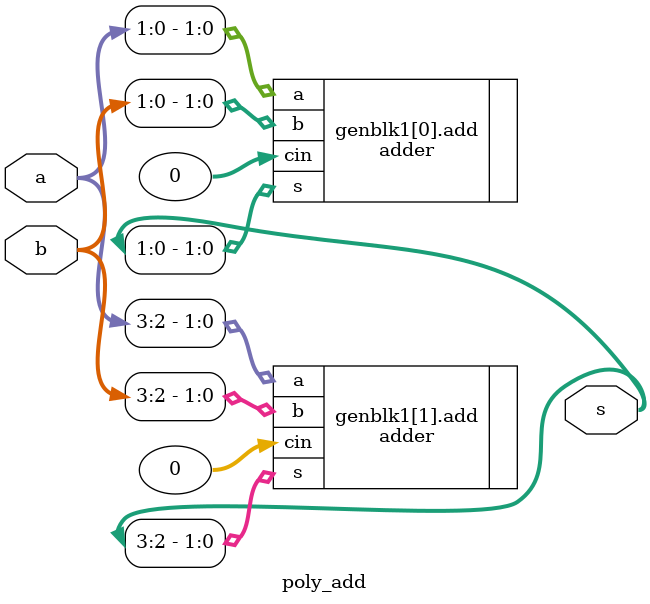
<source format=v>
`timescale 1ns / 1ps


module poly_add #(parameter D = 2, parameter N = 2) (
    input [D*N-1:0] a,
    input [D*N-1:0] b,
    output [D*N-1:0] s
    );
    
    genvar i;
    
    generate
    for (i = 0; i < D; i = i + 1) begin
        adder #(.N(N)) add(.a(a[(i+1)*N-1:i*N]), .b(b[(i+1)*N-1:i*N]), .cin(0), .s(s[(i+1)*N-1:i*N]));
    end
    endgenerate
endmodule

</source>
